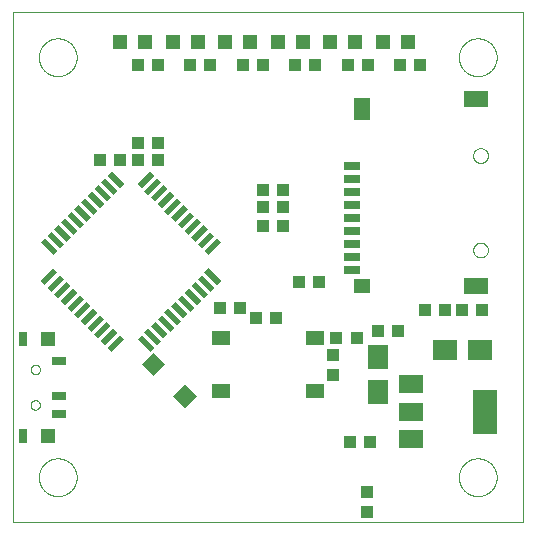
<source format=gtp>
G75*
%MOIN*%
%OFA0B0*%
%FSLAX25Y25*%
%IPPOS*%
%LPD*%
%AMOC8*
5,1,8,0,0,1.08239X$1,22.5*
%
%ADD10C,0.00000*%
%ADD11R,0.04331X0.03937*%
%ADD12R,0.07087X0.08465*%
%ADD13R,0.08465X0.07087*%
%ADD14R,0.03937X0.04331*%
%ADD15R,0.07874X0.05906*%
%ADD16R,0.07874X0.14961*%
%ADD17R,0.04724X0.04724*%
%ADD18R,0.06102X0.05118*%
%ADD19R,0.05000X0.02500*%
%ADD20R,0.02600X0.05000*%
%ADD21R,0.05000X0.05000*%
%ADD22R,0.05906X0.01969*%
%ADD23R,0.01969X0.05906*%
%ADD24R,0.07874X0.05512*%
%ADD25R,0.05512X0.05039*%
%ADD26R,0.05512X0.07677*%
%ADD27R,0.05512X0.02756*%
%ADD28R,0.05512X0.05512*%
D10*
X0015500Y0006435D02*
X0015500Y0176435D01*
X0185500Y0176435D01*
X0185500Y0006435D01*
X0015500Y0006435D01*
X0024201Y0021435D02*
X0024203Y0021593D01*
X0024209Y0021751D01*
X0024219Y0021909D01*
X0024233Y0022067D01*
X0024251Y0022224D01*
X0024272Y0022381D01*
X0024298Y0022537D01*
X0024328Y0022693D01*
X0024361Y0022848D01*
X0024399Y0023001D01*
X0024440Y0023154D01*
X0024485Y0023306D01*
X0024534Y0023457D01*
X0024587Y0023606D01*
X0024643Y0023754D01*
X0024703Y0023900D01*
X0024767Y0024045D01*
X0024835Y0024188D01*
X0024906Y0024330D01*
X0024980Y0024470D01*
X0025058Y0024607D01*
X0025140Y0024743D01*
X0025224Y0024877D01*
X0025313Y0025008D01*
X0025404Y0025137D01*
X0025499Y0025264D01*
X0025596Y0025389D01*
X0025697Y0025511D01*
X0025801Y0025630D01*
X0025908Y0025747D01*
X0026018Y0025861D01*
X0026131Y0025972D01*
X0026246Y0026081D01*
X0026364Y0026186D01*
X0026485Y0026288D01*
X0026608Y0026388D01*
X0026734Y0026484D01*
X0026862Y0026577D01*
X0026992Y0026667D01*
X0027125Y0026753D01*
X0027260Y0026837D01*
X0027396Y0026916D01*
X0027535Y0026993D01*
X0027676Y0027065D01*
X0027818Y0027135D01*
X0027962Y0027200D01*
X0028108Y0027262D01*
X0028255Y0027320D01*
X0028404Y0027375D01*
X0028554Y0027426D01*
X0028705Y0027473D01*
X0028857Y0027516D01*
X0029010Y0027555D01*
X0029165Y0027591D01*
X0029320Y0027622D01*
X0029476Y0027650D01*
X0029632Y0027674D01*
X0029789Y0027694D01*
X0029947Y0027710D01*
X0030104Y0027722D01*
X0030263Y0027730D01*
X0030421Y0027734D01*
X0030579Y0027734D01*
X0030737Y0027730D01*
X0030896Y0027722D01*
X0031053Y0027710D01*
X0031211Y0027694D01*
X0031368Y0027674D01*
X0031524Y0027650D01*
X0031680Y0027622D01*
X0031835Y0027591D01*
X0031990Y0027555D01*
X0032143Y0027516D01*
X0032295Y0027473D01*
X0032446Y0027426D01*
X0032596Y0027375D01*
X0032745Y0027320D01*
X0032892Y0027262D01*
X0033038Y0027200D01*
X0033182Y0027135D01*
X0033324Y0027065D01*
X0033465Y0026993D01*
X0033604Y0026916D01*
X0033740Y0026837D01*
X0033875Y0026753D01*
X0034008Y0026667D01*
X0034138Y0026577D01*
X0034266Y0026484D01*
X0034392Y0026388D01*
X0034515Y0026288D01*
X0034636Y0026186D01*
X0034754Y0026081D01*
X0034869Y0025972D01*
X0034982Y0025861D01*
X0035092Y0025747D01*
X0035199Y0025630D01*
X0035303Y0025511D01*
X0035404Y0025389D01*
X0035501Y0025264D01*
X0035596Y0025137D01*
X0035687Y0025008D01*
X0035776Y0024877D01*
X0035860Y0024743D01*
X0035942Y0024607D01*
X0036020Y0024470D01*
X0036094Y0024330D01*
X0036165Y0024188D01*
X0036233Y0024045D01*
X0036297Y0023900D01*
X0036357Y0023754D01*
X0036413Y0023606D01*
X0036466Y0023457D01*
X0036515Y0023306D01*
X0036560Y0023154D01*
X0036601Y0023001D01*
X0036639Y0022848D01*
X0036672Y0022693D01*
X0036702Y0022537D01*
X0036728Y0022381D01*
X0036749Y0022224D01*
X0036767Y0022067D01*
X0036781Y0021909D01*
X0036791Y0021751D01*
X0036797Y0021593D01*
X0036799Y0021435D01*
X0036797Y0021277D01*
X0036791Y0021119D01*
X0036781Y0020961D01*
X0036767Y0020803D01*
X0036749Y0020646D01*
X0036728Y0020489D01*
X0036702Y0020333D01*
X0036672Y0020177D01*
X0036639Y0020022D01*
X0036601Y0019869D01*
X0036560Y0019716D01*
X0036515Y0019564D01*
X0036466Y0019413D01*
X0036413Y0019264D01*
X0036357Y0019116D01*
X0036297Y0018970D01*
X0036233Y0018825D01*
X0036165Y0018682D01*
X0036094Y0018540D01*
X0036020Y0018400D01*
X0035942Y0018263D01*
X0035860Y0018127D01*
X0035776Y0017993D01*
X0035687Y0017862D01*
X0035596Y0017733D01*
X0035501Y0017606D01*
X0035404Y0017481D01*
X0035303Y0017359D01*
X0035199Y0017240D01*
X0035092Y0017123D01*
X0034982Y0017009D01*
X0034869Y0016898D01*
X0034754Y0016789D01*
X0034636Y0016684D01*
X0034515Y0016582D01*
X0034392Y0016482D01*
X0034266Y0016386D01*
X0034138Y0016293D01*
X0034008Y0016203D01*
X0033875Y0016117D01*
X0033740Y0016033D01*
X0033604Y0015954D01*
X0033465Y0015877D01*
X0033324Y0015805D01*
X0033182Y0015735D01*
X0033038Y0015670D01*
X0032892Y0015608D01*
X0032745Y0015550D01*
X0032596Y0015495D01*
X0032446Y0015444D01*
X0032295Y0015397D01*
X0032143Y0015354D01*
X0031990Y0015315D01*
X0031835Y0015279D01*
X0031680Y0015248D01*
X0031524Y0015220D01*
X0031368Y0015196D01*
X0031211Y0015176D01*
X0031053Y0015160D01*
X0030896Y0015148D01*
X0030737Y0015140D01*
X0030579Y0015136D01*
X0030421Y0015136D01*
X0030263Y0015140D01*
X0030104Y0015148D01*
X0029947Y0015160D01*
X0029789Y0015176D01*
X0029632Y0015196D01*
X0029476Y0015220D01*
X0029320Y0015248D01*
X0029165Y0015279D01*
X0029010Y0015315D01*
X0028857Y0015354D01*
X0028705Y0015397D01*
X0028554Y0015444D01*
X0028404Y0015495D01*
X0028255Y0015550D01*
X0028108Y0015608D01*
X0027962Y0015670D01*
X0027818Y0015735D01*
X0027676Y0015805D01*
X0027535Y0015877D01*
X0027396Y0015954D01*
X0027260Y0016033D01*
X0027125Y0016117D01*
X0026992Y0016203D01*
X0026862Y0016293D01*
X0026734Y0016386D01*
X0026608Y0016482D01*
X0026485Y0016582D01*
X0026364Y0016684D01*
X0026246Y0016789D01*
X0026131Y0016898D01*
X0026018Y0017009D01*
X0025908Y0017123D01*
X0025801Y0017240D01*
X0025697Y0017359D01*
X0025596Y0017481D01*
X0025499Y0017606D01*
X0025404Y0017733D01*
X0025313Y0017862D01*
X0025224Y0017993D01*
X0025140Y0018127D01*
X0025058Y0018263D01*
X0024980Y0018400D01*
X0024906Y0018540D01*
X0024835Y0018682D01*
X0024767Y0018825D01*
X0024703Y0018970D01*
X0024643Y0019116D01*
X0024587Y0019264D01*
X0024534Y0019413D01*
X0024485Y0019564D01*
X0024440Y0019716D01*
X0024399Y0019869D01*
X0024361Y0020022D01*
X0024328Y0020177D01*
X0024298Y0020333D01*
X0024272Y0020489D01*
X0024251Y0020646D01*
X0024233Y0020803D01*
X0024219Y0020961D01*
X0024209Y0021119D01*
X0024203Y0021277D01*
X0024201Y0021435D01*
X0024203Y0021593D01*
X0024209Y0021751D01*
X0024219Y0021909D01*
X0024233Y0022067D01*
X0024251Y0022224D01*
X0024272Y0022381D01*
X0024298Y0022537D01*
X0024328Y0022693D01*
X0024361Y0022848D01*
X0024399Y0023001D01*
X0024440Y0023154D01*
X0024485Y0023306D01*
X0024534Y0023457D01*
X0024587Y0023606D01*
X0024643Y0023754D01*
X0024703Y0023900D01*
X0024767Y0024045D01*
X0024835Y0024188D01*
X0024906Y0024330D01*
X0024980Y0024470D01*
X0025058Y0024607D01*
X0025140Y0024743D01*
X0025224Y0024877D01*
X0025313Y0025008D01*
X0025404Y0025137D01*
X0025499Y0025264D01*
X0025596Y0025389D01*
X0025697Y0025511D01*
X0025801Y0025630D01*
X0025908Y0025747D01*
X0026018Y0025861D01*
X0026131Y0025972D01*
X0026246Y0026081D01*
X0026364Y0026186D01*
X0026485Y0026288D01*
X0026608Y0026388D01*
X0026734Y0026484D01*
X0026862Y0026577D01*
X0026992Y0026667D01*
X0027125Y0026753D01*
X0027260Y0026837D01*
X0027396Y0026916D01*
X0027535Y0026993D01*
X0027676Y0027065D01*
X0027818Y0027135D01*
X0027962Y0027200D01*
X0028108Y0027262D01*
X0028255Y0027320D01*
X0028404Y0027375D01*
X0028554Y0027426D01*
X0028705Y0027473D01*
X0028857Y0027516D01*
X0029010Y0027555D01*
X0029165Y0027591D01*
X0029320Y0027622D01*
X0029476Y0027650D01*
X0029632Y0027674D01*
X0029789Y0027694D01*
X0029947Y0027710D01*
X0030104Y0027722D01*
X0030263Y0027730D01*
X0030421Y0027734D01*
X0030579Y0027734D01*
X0030737Y0027730D01*
X0030896Y0027722D01*
X0031053Y0027710D01*
X0031211Y0027694D01*
X0031368Y0027674D01*
X0031524Y0027650D01*
X0031680Y0027622D01*
X0031835Y0027591D01*
X0031990Y0027555D01*
X0032143Y0027516D01*
X0032295Y0027473D01*
X0032446Y0027426D01*
X0032596Y0027375D01*
X0032745Y0027320D01*
X0032892Y0027262D01*
X0033038Y0027200D01*
X0033182Y0027135D01*
X0033324Y0027065D01*
X0033465Y0026993D01*
X0033604Y0026916D01*
X0033740Y0026837D01*
X0033875Y0026753D01*
X0034008Y0026667D01*
X0034138Y0026577D01*
X0034266Y0026484D01*
X0034392Y0026388D01*
X0034515Y0026288D01*
X0034636Y0026186D01*
X0034754Y0026081D01*
X0034869Y0025972D01*
X0034982Y0025861D01*
X0035092Y0025747D01*
X0035199Y0025630D01*
X0035303Y0025511D01*
X0035404Y0025389D01*
X0035501Y0025264D01*
X0035596Y0025137D01*
X0035687Y0025008D01*
X0035776Y0024877D01*
X0035860Y0024743D01*
X0035942Y0024607D01*
X0036020Y0024470D01*
X0036094Y0024330D01*
X0036165Y0024188D01*
X0036233Y0024045D01*
X0036297Y0023900D01*
X0036357Y0023754D01*
X0036413Y0023606D01*
X0036466Y0023457D01*
X0036515Y0023306D01*
X0036560Y0023154D01*
X0036601Y0023001D01*
X0036639Y0022848D01*
X0036672Y0022693D01*
X0036702Y0022537D01*
X0036728Y0022381D01*
X0036749Y0022224D01*
X0036767Y0022067D01*
X0036781Y0021909D01*
X0036791Y0021751D01*
X0036797Y0021593D01*
X0036799Y0021435D01*
X0036797Y0021277D01*
X0036791Y0021119D01*
X0036781Y0020961D01*
X0036767Y0020803D01*
X0036749Y0020646D01*
X0036728Y0020489D01*
X0036702Y0020333D01*
X0036672Y0020177D01*
X0036639Y0020022D01*
X0036601Y0019869D01*
X0036560Y0019716D01*
X0036515Y0019564D01*
X0036466Y0019413D01*
X0036413Y0019264D01*
X0036357Y0019116D01*
X0036297Y0018970D01*
X0036233Y0018825D01*
X0036165Y0018682D01*
X0036094Y0018540D01*
X0036020Y0018400D01*
X0035942Y0018263D01*
X0035860Y0018127D01*
X0035776Y0017993D01*
X0035687Y0017862D01*
X0035596Y0017733D01*
X0035501Y0017606D01*
X0035404Y0017481D01*
X0035303Y0017359D01*
X0035199Y0017240D01*
X0035092Y0017123D01*
X0034982Y0017009D01*
X0034869Y0016898D01*
X0034754Y0016789D01*
X0034636Y0016684D01*
X0034515Y0016582D01*
X0034392Y0016482D01*
X0034266Y0016386D01*
X0034138Y0016293D01*
X0034008Y0016203D01*
X0033875Y0016117D01*
X0033740Y0016033D01*
X0033604Y0015954D01*
X0033465Y0015877D01*
X0033324Y0015805D01*
X0033182Y0015735D01*
X0033038Y0015670D01*
X0032892Y0015608D01*
X0032745Y0015550D01*
X0032596Y0015495D01*
X0032446Y0015444D01*
X0032295Y0015397D01*
X0032143Y0015354D01*
X0031990Y0015315D01*
X0031835Y0015279D01*
X0031680Y0015248D01*
X0031524Y0015220D01*
X0031368Y0015196D01*
X0031211Y0015176D01*
X0031053Y0015160D01*
X0030896Y0015148D01*
X0030737Y0015140D01*
X0030579Y0015136D01*
X0030421Y0015136D01*
X0030263Y0015140D01*
X0030104Y0015148D01*
X0029947Y0015160D01*
X0029789Y0015176D01*
X0029632Y0015196D01*
X0029476Y0015220D01*
X0029320Y0015248D01*
X0029165Y0015279D01*
X0029010Y0015315D01*
X0028857Y0015354D01*
X0028705Y0015397D01*
X0028554Y0015444D01*
X0028404Y0015495D01*
X0028255Y0015550D01*
X0028108Y0015608D01*
X0027962Y0015670D01*
X0027818Y0015735D01*
X0027676Y0015805D01*
X0027535Y0015877D01*
X0027396Y0015954D01*
X0027260Y0016033D01*
X0027125Y0016117D01*
X0026992Y0016203D01*
X0026862Y0016293D01*
X0026734Y0016386D01*
X0026608Y0016482D01*
X0026485Y0016582D01*
X0026364Y0016684D01*
X0026246Y0016789D01*
X0026131Y0016898D01*
X0026018Y0017009D01*
X0025908Y0017123D01*
X0025801Y0017240D01*
X0025697Y0017359D01*
X0025596Y0017481D01*
X0025499Y0017606D01*
X0025404Y0017733D01*
X0025313Y0017862D01*
X0025224Y0017993D01*
X0025140Y0018127D01*
X0025058Y0018263D01*
X0024980Y0018400D01*
X0024906Y0018540D01*
X0024835Y0018682D01*
X0024767Y0018825D01*
X0024703Y0018970D01*
X0024643Y0019116D01*
X0024587Y0019264D01*
X0024534Y0019413D01*
X0024485Y0019564D01*
X0024440Y0019716D01*
X0024399Y0019869D01*
X0024361Y0020022D01*
X0024328Y0020177D01*
X0024298Y0020333D01*
X0024272Y0020489D01*
X0024251Y0020646D01*
X0024233Y0020803D01*
X0024219Y0020961D01*
X0024209Y0021119D01*
X0024203Y0021277D01*
X0024201Y0021435D01*
X0021425Y0045529D02*
X0021427Y0045608D01*
X0021433Y0045687D01*
X0021443Y0045766D01*
X0021457Y0045844D01*
X0021474Y0045921D01*
X0021496Y0045997D01*
X0021521Y0046072D01*
X0021551Y0046145D01*
X0021583Y0046217D01*
X0021620Y0046288D01*
X0021660Y0046356D01*
X0021703Y0046422D01*
X0021749Y0046486D01*
X0021799Y0046548D01*
X0021852Y0046607D01*
X0021907Y0046663D01*
X0021966Y0046717D01*
X0022027Y0046767D01*
X0022090Y0046815D01*
X0022156Y0046859D01*
X0022224Y0046900D01*
X0022294Y0046937D01*
X0022365Y0046971D01*
X0022439Y0047001D01*
X0022513Y0047027D01*
X0022589Y0047049D01*
X0022666Y0047068D01*
X0022744Y0047083D01*
X0022822Y0047094D01*
X0022901Y0047101D01*
X0022980Y0047104D01*
X0023059Y0047103D01*
X0023138Y0047098D01*
X0023217Y0047089D01*
X0023295Y0047076D01*
X0023372Y0047059D01*
X0023449Y0047039D01*
X0023524Y0047014D01*
X0023598Y0046986D01*
X0023671Y0046954D01*
X0023741Y0046919D01*
X0023810Y0046880D01*
X0023877Y0046837D01*
X0023942Y0046791D01*
X0024004Y0046743D01*
X0024064Y0046691D01*
X0024121Y0046636D01*
X0024175Y0046578D01*
X0024226Y0046518D01*
X0024274Y0046455D01*
X0024319Y0046390D01*
X0024361Y0046322D01*
X0024399Y0046253D01*
X0024433Y0046182D01*
X0024464Y0046109D01*
X0024492Y0046034D01*
X0024515Y0045959D01*
X0024535Y0045882D01*
X0024551Y0045805D01*
X0024563Y0045726D01*
X0024571Y0045648D01*
X0024575Y0045569D01*
X0024575Y0045489D01*
X0024571Y0045410D01*
X0024563Y0045332D01*
X0024551Y0045253D01*
X0024535Y0045176D01*
X0024515Y0045099D01*
X0024492Y0045024D01*
X0024464Y0044949D01*
X0024433Y0044876D01*
X0024399Y0044805D01*
X0024361Y0044736D01*
X0024319Y0044668D01*
X0024274Y0044603D01*
X0024226Y0044540D01*
X0024175Y0044480D01*
X0024121Y0044422D01*
X0024064Y0044367D01*
X0024004Y0044315D01*
X0023942Y0044267D01*
X0023877Y0044221D01*
X0023810Y0044178D01*
X0023741Y0044139D01*
X0023671Y0044104D01*
X0023598Y0044072D01*
X0023524Y0044044D01*
X0023449Y0044019D01*
X0023372Y0043999D01*
X0023295Y0043982D01*
X0023217Y0043969D01*
X0023138Y0043960D01*
X0023059Y0043955D01*
X0022980Y0043954D01*
X0022901Y0043957D01*
X0022822Y0043964D01*
X0022744Y0043975D01*
X0022666Y0043990D01*
X0022589Y0044009D01*
X0022513Y0044031D01*
X0022439Y0044057D01*
X0022365Y0044087D01*
X0022294Y0044121D01*
X0022224Y0044158D01*
X0022156Y0044199D01*
X0022090Y0044243D01*
X0022027Y0044291D01*
X0021966Y0044341D01*
X0021907Y0044395D01*
X0021852Y0044451D01*
X0021799Y0044510D01*
X0021749Y0044572D01*
X0021703Y0044636D01*
X0021660Y0044702D01*
X0021620Y0044770D01*
X0021583Y0044841D01*
X0021551Y0044913D01*
X0021521Y0044986D01*
X0021496Y0045061D01*
X0021474Y0045137D01*
X0021457Y0045214D01*
X0021443Y0045292D01*
X0021433Y0045371D01*
X0021427Y0045450D01*
X0021425Y0045529D01*
X0021425Y0057340D02*
X0021427Y0057419D01*
X0021433Y0057498D01*
X0021443Y0057577D01*
X0021457Y0057655D01*
X0021474Y0057732D01*
X0021496Y0057808D01*
X0021521Y0057883D01*
X0021551Y0057956D01*
X0021583Y0058028D01*
X0021620Y0058099D01*
X0021660Y0058167D01*
X0021703Y0058233D01*
X0021749Y0058297D01*
X0021799Y0058359D01*
X0021852Y0058418D01*
X0021907Y0058474D01*
X0021966Y0058528D01*
X0022027Y0058578D01*
X0022090Y0058626D01*
X0022156Y0058670D01*
X0022224Y0058711D01*
X0022294Y0058748D01*
X0022365Y0058782D01*
X0022439Y0058812D01*
X0022513Y0058838D01*
X0022589Y0058860D01*
X0022666Y0058879D01*
X0022744Y0058894D01*
X0022822Y0058905D01*
X0022901Y0058912D01*
X0022980Y0058915D01*
X0023059Y0058914D01*
X0023138Y0058909D01*
X0023217Y0058900D01*
X0023295Y0058887D01*
X0023372Y0058870D01*
X0023449Y0058850D01*
X0023524Y0058825D01*
X0023598Y0058797D01*
X0023671Y0058765D01*
X0023741Y0058730D01*
X0023810Y0058691D01*
X0023877Y0058648D01*
X0023942Y0058602D01*
X0024004Y0058554D01*
X0024064Y0058502D01*
X0024121Y0058447D01*
X0024175Y0058389D01*
X0024226Y0058329D01*
X0024274Y0058266D01*
X0024319Y0058201D01*
X0024361Y0058133D01*
X0024399Y0058064D01*
X0024433Y0057993D01*
X0024464Y0057920D01*
X0024492Y0057845D01*
X0024515Y0057770D01*
X0024535Y0057693D01*
X0024551Y0057616D01*
X0024563Y0057537D01*
X0024571Y0057459D01*
X0024575Y0057380D01*
X0024575Y0057300D01*
X0024571Y0057221D01*
X0024563Y0057143D01*
X0024551Y0057064D01*
X0024535Y0056987D01*
X0024515Y0056910D01*
X0024492Y0056835D01*
X0024464Y0056760D01*
X0024433Y0056687D01*
X0024399Y0056616D01*
X0024361Y0056547D01*
X0024319Y0056479D01*
X0024274Y0056414D01*
X0024226Y0056351D01*
X0024175Y0056291D01*
X0024121Y0056233D01*
X0024064Y0056178D01*
X0024004Y0056126D01*
X0023942Y0056078D01*
X0023877Y0056032D01*
X0023810Y0055989D01*
X0023741Y0055950D01*
X0023671Y0055915D01*
X0023598Y0055883D01*
X0023524Y0055855D01*
X0023449Y0055830D01*
X0023372Y0055810D01*
X0023295Y0055793D01*
X0023217Y0055780D01*
X0023138Y0055771D01*
X0023059Y0055766D01*
X0022980Y0055765D01*
X0022901Y0055768D01*
X0022822Y0055775D01*
X0022744Y0055786D01*
X0022666Y0055801D01*
X0022589Y0055820D01*
X0022513Y0055842D01*
X0022439Y0055868D01*
X0022365Y0055898D01*
X0022294Y0055932D01*
X0022224Y0055969D01*
X0022156Y0056010D01*
X0022090Y0056054D01*
X0022027Y0056102D01*
X0021966Y0056152D01*
X0021907Y0056206D01*
X0021852Y0056262D01*
X0021799Y0056321D01*
X0021749Y0056383D01*
X0021703Y0056447D01*
X0021660Y0056513D01*
X0021620Y0056581D01*
X0021583Y0056652D01*
X0021551Y0056724D01*
X0021521Y0056797D01*
X0021496Y0056872D01*
X0021474Y0056948D01*
X0021457Y0057025D01*
X0021443Y0057103D01*
X0021433Y0057182D01*
X0021427Y0057261D01*
X0021425Y0057340D01*
X0024201Y0161435D02*
X0024203Y0161593D01*
X0024209Y0161751D01*
X0024219Y0161909D01*
X0024233Y0162067D01*
X0024251Y0162224D01*
X0024272Y0162381D01*
X0024298Y0162537D01*
X0024328Y0162693D01*
X0024361Y0162848D01*
X0024399Y0163001D01*
X0024440Y0163154D01*
X0024485Y0163306D01*
X0024534Y0163457D01*
X0024587Y0163606D01*
X0024643Y0163754D01*
X0024703Y0163900D01*
X0024767Y0164045D01*
X0024835Y0164188D01*
X0024906Y0164330D01*
X0024980Y0164470D01*
X0025058Y0164607D01*
X0025140Y0164743D01*
X0025224Y0164877D01*
X0025313Y0165008D01*
X0025404Y0165137D01*
X0025499Y0165264D01*
X0025596Y0165389D01*
X0025697Y0165511D01*
X0025801Y0165630D01*
X0025908Y0165747D01*
X0026018Y0165861D01*
X0026131Y0165972D01*
X0026246Y0166081D01*
X0026364Y0166186D01*
X0026485Y0166288D01*
X0026608Y0166388D01*
X0026734Y0166484D01*
X0026862Y0166577D01*
X0026992Y0166667D01*
X0027125Y0166753D01*
X0027260Y0166837D01*
X0027396Y0166916D01*
X0027535Y0166993D01*
X0027676Y0167065D01*
X0027818Y0167135D01*
X0027962Y0167200D01*
X0028108Y0167262D01*
X0028255Y0167320D01*
X0028404Y0167375D01*
X0028554Y0167426D01*
X0028705Y0167473D01*
X0028857Y0167516D01*
X0029010Y0167555D01*
X0029165Y0167591D01*
X0029320Y0167622D01*
X0029476Y0167650D01*
X0029632Y0167674D01*
X0029789Y0167694D01*
X0029947Y0167710D01*
X0030104Y0167722D01*
X0030263Y0167730D01*
X0030421Y0167734D01*
X0030579Y0167734D01*
X0030737Y0167730D01*
X0030896Y0167722D01*
X0031053Y0167710D01*
X0031211Y0167694D01*
X0031368Y0167674D01*
X0031524Y0167650D01*
X0031680Y0167622D01*
X0031835Y0167591D01*
X0031990Y0167555D01*
X0032143Y0167516D01*
X0032295Y0167473D01*
X0032446Y0167426D01*
X0032596Y0167375D01*
X0032745Y0167320D01*
X0032892Y0167262D01*
X0033038Y0167200D01*
X0033182Y0167135D01*
X0033324Y0167065D01*
X0033465Y0166993D01*
X0033604Y0166916D01*
X0033740Y0166837D01*
X0033875Y0166753D01*
X0034008Y0166667D01*
X0034138Y0166577D01*
X0034266Y0166484D01*
X0034392Y0166388D01*
X0034515Y0166288D01*
X0034636Y0166186D01*
X0034754Y0166081D01*
X0034869Y0165972D01*
X0034982Y0165861D01*
X0035092Y0165747D01*
X0035199Y0165630D01*
X0035303Y0165511D01*
X0035404Y0165389D01*
X0035501Y0165264D01*
X0035596Y0165137D01*
X0035687Y0165008D01*
X0035776Y0164877D01*
X0035860Y0164743D01*
X0035942Y0164607D01*
X0036020Y0164470D01*
X0036094Y0164330D01*
X0036165Y0164188D01*
X0036233Y0164045D01*
X0036297Y0163900D01*
X0036357Y0163754D01*
X0036413Y0163606D01*
X0036466Y0163457D01*
X0036515Y0163306D01*
X0036560Y0163154D01*
X0036601Y0163001D01*
X0036639Y0162848D01*
X0036672Y0162693D01*
X0036702Y0162537D01*
X0036728Y0162381D01*
X0036749Y0162224D01*
X0036767Y0162067D01*
X0036781Y0161909D01*
X0036791Y0161751D01*
X0036797Y0161593D01*
X0036799Y0161435D01*
X0036797Y0161277D01*
X0036791Y0161119D01*
X0036781Y0160961D01*
X0036767Y0160803D01*
X0036749Y0160646D01*
X0036728Y0160489D01*
X0036702Y0160333D01*
X0036672Y0160177D01*
X0036639Y0160022D01*
X0036601Y0159869D01*
X0036560Y0159716D01*
X0036515Y0159564D01*
X0036466Y0159413D01*
X0036413Y0159264D01*
X0036357Y0159116D01*
X0036297Y0158970D01*
X0036233Y0158825D01*
X0036165Y0158682D01*
X0036094Y0158540D01*
X0036020Y0158400D01*
X0035942Y0158263D01*
X0035860Y0158127D01*
X0035776Y0157993D01*
X0035687Y0157862D01*
X0035596Y0157733D01*
X0035501Y0157606D01*
X0035404Y0157481D01*
X0035303Y0157359D01*
X0035199Y0157240D01*
X0035092Y0157123D01*
X0034982Y0157009D01*
X0034869Y0156898D01*
X0034754Y0156789D01*
X0034636Y0156684D01*
X0034515Y0156582D01*
X0034392Y0156482D01*
X0034266Y0156386D01*
X0034138Y0156293D01*
X0034008Y0156203D01*
X0033875Y0156117D01*
X0033740Y0156033D01*
X0033604Y0155954D01*
X0033465Y0155877D01*
X0033324Y0155805D01*
X0033182Y0155735D01*
X0033038Y0155670D01*
X0032892Y0155608D01*
X0032745Y0155550D01*
X0032596Y0155495D01*
X0032446Y0155444D01*
X0032295Y0155397D01*
X0032143Y0155354D01*
X0031990Y0155315D01*
X0031835Y0155279D01*
X0031680Y0155248D01*
X0031524Y0155220D01*
X0031368Y0155196D01*
X0031211Y0155176D01*
X0031053Y0155160D01*
X0030896Y0155148D01*
X0030737Y0155140D01*
X0030579Y0155136D01*
X0030421Y0155136D01*
X0030263Y0155140D01*
X0030104Y0155148D01*
X0029947Y0155160D01*
X0029789Y0155176D01*
X0029632Y0155196D01*
X0029476Y0155220D01*
X0029320Y0155248D01*
X0029165Y0155279D01*
X0029010Y0155315D01*
X0028857Y0155354D01*
X0028705Y0155397D01*
X0028554Y0155444D01*
X0028404Y0155495D01*
X0028255Y0155550D01*
X0028108Y0155608D01*
X0027962Y0155670D01*
X0027818Y0155735D01*
X0027676Y0155805D01*
X0027535Y0155877D01*
X0027396Y0155954D01*
X0027260Y0156033D01*
X0027125Y0156117D01*
X0026992Y0156203D01*
X0026862Y0156293D01*
X0026734Y0156386D01*
X0026608Y0156482D01*
X0026485Y0156582D01*
X0026364Y0156684D01*
X0026246Y0156789D01*
X0026131Y0156898D01*
X0026018Y0157009D01*
X0025908Y0157123D01*
X0025801Y0157240D01*
X0025697Y0157359D01*
X0025596Y0157481D01*
X0025499Y0157606D01*
X0025404Y0157733D01*
X0025313Y0157862D01*
X0025224Y0157993D01*
X0025140Y0158127D01*
X0025058Y0158263D01*
X0024980Y0158400D01*
X0024906Y0158540D01*
X0024835Y0158682D01*
X0024767Y0158825D01*
X0024703Y0158970D01*
X0024643Y0159116D01*
X0024587Y0159264D01*
X0024534Y0159413D01*
X0024485Y0159564D01*
X0024440Y0159716D01*
X0024399Y0159869D01*
X0024361Y0160022D01*
X0024328Y0160177D01*
X0024298Y0160333D01*
X0024272Y0160489D01*
X0024251Y0160646D01*
X0024233Y0160803D01*
X0024219Y0160961D01*
X0024209Y0161119D01*
X0024203Y0161277D01*
X0024201Y0161435D01*
X0164201Y0161435D02*
X0164203Y0161593D01*
X0164209Y0161751D01*
X0164219Y0161909D01*
X0164233Y0162067D01*
X0164251Y0162224D01*
X0164272Y0162381D01*
X0164298Y0162537D01*
X0164328Y0162693D01*
X0164361Y0162848D01*
X0164399Y0163001D01*
X0164440Y0163154D01*
X0164485Y0163306D01*
X0164534Y0163457D01*
X0164587Y0163606D01*
X0164643Y0163754D01*
X0164703Y0163900D01*
X0164767Y0164045D01*
X0164835Y0164188D01*
X0164906Y0164330D01*
X0164980Y0164470D01*
X0165058Y0164607D01*
X0165140Y0164743D01*
X0165224Y0164877D01*
X0165313Y0165008D01*
X0165404Y0165137D01*
X0165499Y0165264D01*
X0165596Y0165389D01*
X0165697Y0165511D01*
X0165801Y0165630D01*
X0165908Y0165747D01*
X0166018Y0165861D01*
X0166131Y0165972D01*
X0166246Y0166081D01*
X0166364Y0166186D01*
X0166485Y0166288D01*
X0166608Y0166388D01*
X0166734Y0166484D01*
X0166862Y0166577D01*
X0166992Y0166667D01*
X0167125Y0166753D01*
X0167260Y0166837D01*
X0167396Y0166916D01*
X0167535Y0166993D01*
X0167676Y0167065D01*
X0167818Y0167135D01*
X0167962Y0167200D01*
X0168108Y0167262D01*
X0168255Y0167320D01*
X0168404Y0167375D01*
X0168554Y0167426D01*
X0168705Y0167473D01*
X0168857Y0167516D01*
X0169010Y0167555D01*
X0169165Y0167591D01*
X0169320Y0167622D01*
X0169476Y0167650D01*
X0169632Y0167674D01*
X0169789Y0167694D01*
X0169947Y0167710D01*
X0170104Y0167722D01*
X0170263Y0167730D01*
X0170421Y0167734D01*
X0170579Y0167734D01*
X0170737Y0167730D01*
X0170896Y0167722D01*
X0171053Y0167710D01*
X0171211Y0167694D01*
X0171368Y0167674D01*
X0171524Y0167650D01*
X0171680Y0167622D01*
X0171835Y0167591D01*
X0171990Y0167555D01*
X0172143Y0167516D01*
X0172295Y0167473D01*
X0172446Y0167426D01*
X0172596Y0167375D01*
X0172745Y0167320D01*
X0172892Y0167262D01*
X0173038Y0167200D01*
X0173182Y0167135D01*
X0173324Y0167065D01*
X0173465Y0166993D01*
X0173604Y0166916D01*
X0173740Y0166837D01*
X0173875Y0166753D01*
X0174008Y0166667D01*
X0174138Y0166577D01*
X0174266Y0166484D01*
X0174392Y0166388D01*
X0174515Y0166288D01*
X0174636Y0166186D01*
X0174754Y0166081D01*
X0174869Y0165972D01*
X0174982Y0165861D01*
X0175092Y0165747D01*
X0175199Y0165630D01*
X0175303Y0165511D01*
X0175404Y0165389D01*
X0175501Y0165264D01*
X0175596Y0165137D01*
X0175687Y0165008D01*
X0175776Y0164877D01*
X0175860Y0164743D01*
X0175942Y0164607D01*
X0176020Y0164470D01*
X0176094Y0164330D01*
X0176165Y0164188D01*
X0176233Y0164045D01*
X0176297Y0163900D01*
X0176357Y0163754D01*
X0176413Y0163606D01*
X0176466Y0163457D01*
X0176515Y0163306D01*
X0176560Y0163154D01*
X0176601Y0163001D01*
X0176639Y0162848D01*
X0176672Y0162693D01*
X0176702Y0162537D01*
X0176728Y0162381D01*
X0176749Y0162224D01*
X0176767Y0162067D01*
X0176781Y0161909D01*
X0176791Y0161751D01*
X0176797Y0161593D01*
X0176799Y0161435D01*
X0176797Y0161277D01*
X0176791Y0161119D01*
X0176781Y0160961D01*
X0176767Y0160803D01*
X0176749Y0160646D01*
X0176728Y0160489D01*
X0176702Y0160333D01*
X0176672Y0160177D01*
X0176639Y0160022D01*
X0176601Y0159869D01*
X0176560Y0159716D01*
X0176515Y0159564D01*
X0176466Y0159413D01*
X0176413Y0159264D01*
X0176357Y0159116D01*
X0176297Y0158970D01*
X0176233Y0158825D01*
X0176165Y0158682D01*
X0176094Y0158540D01*
X0176020Y0158400D01*
X0175942Y0158263D01*
X0175860Y0158127D01*
X0175776Y0157993D01*
X0175687Y0157862D01*
X0175596Y0157733D01*
X0175501Y0157606D01*
X0175404Y0157481D01*
X0175303Y0157359D01*
X0175199Y0157240D01*
X0175092Y0157123D01*
X0174982Y0157009D01*
X0174869Y0156898D01*
X0174754Y0156789D01*
X0174636Y0156684D01*
X0174515Y0156582D01*
X0174392Y0156482D01*
X0174266Y0156386D01*
X0174138Y0156293D01*
X0174008Y0156203D01*
X0173875Y0156117D01*
X0173740Y0156033D01*
X0173604Y0155954D01*
X0173465Y0155877D01*
X0173324Y0155805D01*
X0173182Y0155735D01*
X0173038Y0155670D01*
X0172892Y0155608D01*
X0172745Y0155550D01*
X0172596Y0155495D01*
X0172446Y0155444D01*
X0172295Y0155397D01*
X0172143Y0155354D01*
X0171990Y0155315D01*
X0171835Y0155279D01*
X0171680Y0155248D01*
X0171524Y0155220D01*
X0171368Y0155196D01*
X0171211Y0155176D01*
X0171053Y0155160D01*
X0170896Y0155148D01*
X0170737Y0155140D01*
X0170579Y0155136D01*
X0170421Y0155136D01*
X0170263Y0155140D01*
X0170104Y0155148D01*
X0169947Y0155160D01*
X0169789Y0155176D01*
X0169632Y0155196D01*
X0169476Y0155220D01*
X0169320Y0155248D01*
X0169165Y0155279D01*
X0169010Y0155315D01*
X0168857Y0155354D01*
X0168705Y0155397D01*
X0168554Y0155444D01*
X0168404Y0155495D01*
X0168255Y0155550D01*
X0168108Y0155608D01*
X0167962Y0155670D01*
X0167818Y0155735D01*
X0167676Y0155805D01*
X0167535Y0155877D01*
X0167396Y0155954D01*
X0167260Y0156033D01*
X0167125Y0156117D01*
X0166992Y0156203D01*
X0166862Y0156293D01*
X0166734Y0156386D01*
X0166608Y0156482D01*
X0166485Y0156582D01*
X0166364Y0156684D01*
X0166246Y0156789D01*
X0166131Y0156898D01*
X0166018Y0157009D01*
X0165908Y0157123D01*
X0165801Y0157240D01*
X0165697Y0157359D01*
X0165596Y0157481D01*
X0165499Y0157606D01*
X0165404Y0157733D01*
X0165313Y0157862D01*
X0165224Y0157993D01*
X0165140Y0158127D01*
X0165058Y0158263D01*
X0164980Y0158400D01*
X0164906Y0158540D01*
X0164835Y0158682D01*
X0164767Y0158825D01*
X0164703Y0158970D01*
X0164643Y0159116D01*
X0164587Y0159264D01*
X0164534Y0159413D01*
X0164485Y0159564D01*
X0164440Y0159716D01*
X0164399Y0159869D01*
X0164361Y0160022D01*
X0164328Y0160177D01*
X0164298Y0160333D01*
X0164272Y0160489D01*
X0164251Y0160646D01*
X0164233Y0160803D01*
X0164219Y0160961D01*
X0164209Y0161119D01*
X0164203Y0161277D01*
X0164201Y0161435D01*
X0168959Y0128640D02*
X0168961Y0128739D01*
X0168967Y0128838D01*
X0168977Y0128937D01*
X0168991Y0129035D01*
X0169009Y0129132D01*
X0169031Y0129229D01*
X0169056Y0129325D01*
X0169086Y0129419D01*
X0169119Y0129513D01*
X0169156Y0129605D01*
X0169197Y0129695D01*
X0169241Y0129784D01*
X0169289Y0129870D01*
X0169340Y0129955D01*
X0169395Y0130038D01*
X0169453Y0130118D01*
X0169514Y0130196D01*
X0169578Y0130272D01*
X0169645Y0130345D01*
X0169715Y0130415D01*
X0169788Y0130482D01*
X0169864Y0130546D01*
X0169942Y0130607D01*
X0170022Y0130665D01*
X0170105Y0130720D01*
X0170189Y0130771D01*
X0170276Y0130819D01*
X0170365Y0130863D01*
X0170455Y0130904D01*
X0170547Y0130941D01*
X0170641Y0130974D01*
X0170735Y0131004D01*
X0170831Y0131029D01*
X0170928Y0131051D01*
X0171025Y0131069D01*
X0171123Y0131083D01*
X0171222Y0131093D01*
X0171321Y0131099D01*
X0171420Y0131101D01*
X0171519Y0131099D01*
X0171618Y0131093D01*
X0171717Y0131083D01*
X0171815Y0131069D01*
X0171912Y0131051D01*
X0172009Y0131029D01*
X0172105Y0131004D01*
X0172199Y0130974D01*
X0172293Y0130941D01*
X0172385Y0130904D01*
X0172475Y0130863D01*
X0172564Y0130819D01*
X0172650Y0130771D01*
X0172735Y0130720D01*
X0172818Y0130665D01*
X0172898Y0130607D01*
X0172976Y0130546D01*
X0173052Y0130482D01*
X0173125Y0130415D01*
X0173195Y0130345D01*
X0173262Y0130272D01*
X0173326Y0130196D01*
X0173387Y0130118D01*
X0173445Y0130038D01*
X0173500Y0129955D01*
X0173551Y0129871D01*
X0173599Y0129784D01*
X0173643Y0129695D01*
X0173684Y0129605D01*
X0173721Y0129513D01*
X0173754Y0129419D01*
X0173784Y0129325D01*
X0173809Y0129229D01*
X0173831Y0129132D01*
X0173849Y0129035D01*
X0173863Y0128937D01*
X0173873Y0128838D01*
X0173879Y0128739D01*
X0173881Y0128640D01*
X0173879Y0128541D01*
X0173873Y0128442D01*
X0173863Y0128343D01*
X0173849Y0128245D01*
X0173831Y0128148D01*
X0173809Y0128051D01*
X0173784Y0127955D01*
X0173754Y0127861D01*
X0173721Y0127767D01*
X0173684Y0127675D01*
X0173643Y0127585D01*
X0173599Y0127496D01*
X0173551Y0127410D01*
X0173500Y0127325D01*
X0173445Y0127242D01*
X0173387Y0127162D01*
X0173326Y0127084D01*
X0173262Y0127008D01*
X0173195Y0126935D01*
X0173125Y0126865D01*
X0173052Y0126798D01*
X0172976Y0126734D01*
X0172898Y0126673D01*
X0172818Y0126615D01*
X0172735Y0126560D01*
X0172651Y0126509D01*
X0172564Y0126461D01*
X0172475Y0126417D01*
X0172385Y0126376D01*
X0172293Y0126339D01*
X0172199Y0126306D01*
X0172105Y0126276D01*
X0172009Y0126251D01*
X0171912Y0126229D01*
X0171815Y0126211D01*
X0171717Y0126197D01*
X0171618Y0126187D01*
X0171519Y0126181D01*
X0171420Y0126179D01*
X0171321Y0126181D01*
X0171222Y0126187D01*
X0171123Y0126197D01*
X0171025Y0126211D01*
X0170928Y0126229D01*
X0170831Y0126251D01*
X0170735Y0126276D01*
X0170641Y0126306D01*
X0170547Y0126339D01*
X0170455Y0126376D01*
X0170365Y0126417D01*
X0170276Y0126461D01*
X0170190Y0126509D01*
X0170105Y0126560D01*
X0170022Y0126615D01*
X0169942Y0126673D01*
X0169864Y0126734D01*
X0169788Y0126798D01*
X0169715Y0126865D01*
X0169645Y0126935D01*
X0169578Y0127008D01*
X0169514Y0127084D01*
X0169453Y0127162D01*
X0169395Y0127242D01*
X0169340Y0127325D01*
X0169289Y0127409D01*
X0169241Y0127496D01*
X0169197Y0127585D01*
X0169156Y0127675D01*
X0169119Y0127767D01*
X0169086Y0127861D01*
X0169056Y0127955D01*
X0169031Y0128051D01*
X0169009Y0128148D01*
X0168991Y0128245D01*
X0168977Y0128343D01*
X0168967Y0128442D01*
X0168961Y0128541D01*
X0168959Y0128640D01*
X0168959Y0097144D02*
X0168961Y0097243D01*
X0168967Y0097342D01*
X0168977Y0097441D01*
X0168991Y0097539D01*
X0169009Y0097636D01*
X0169031Y0097733D01*
X0169056Y0097829D01*
X0169086Y0097923D01*
X0169119Y0098017D01*
X0169156Y0098109D01*
X0169197Y0098199D01*
X0169241Y0098288D01*
X0169289Y0098374D01*
X0169340Y0098459D01*
X0169395Y0098542D01*
X0169453Y0098622D01*
X0169514Y0098700D01*
X0169578Y0098776D01*
X0169645Y0098849D01*
X0169715Y0098919D01*
X0169788Y0098986D01*
X0169864Y0099050D01*
X0169942Y0099111D01*
X0170022Y0099169D01*
X0170105Y0099224D01*
X0170189Y0099275D01*
X0170276Y0099323D01*
X0170365Y0099367D01*
X0170455Y0099408D01*
X0170547Y0099445D01*
X0170641Y0099478D01*
X0170735Y0099508D01*
X0170831Y0099533D01*
X0170928Y0099555D01*
X0171025Y0099573D01*
X0171123Y0099587D01*
X0171222Y0099597D01*
X0171321Y0099603D01*
X0171420Y0099605D01*
X0171519Y0099603D01*
X0171618Y0099597D01*
X0171717Y0099587D01*
X0171815Y0099573D01*
X0171912Y0099555D01*
X0172009Y0099533D01*
X0172105Y0099508D01*
X0172199Y0099478D01*
X0172293Y0099445D01*
X0172385Y0099408D01*
X0172475Y0099367D01*
X0172564Y0099323D01*
X0172650Y0099275D01*
X0172735Y0099224D01*
X0172818Y0099169D01*
X0172898Y0099111D01*
X0172976Y0099050D01*
X0173052Y0098986D01*
X0173125Y0098919D01*
X0173195Y0098849D01*
X0173262Y0098776D01*
X0173326Y0098700D01*
X0173387Y0098622D01*
X0173445Y0098542D01*
X0173500Y0098459D01*
X0173551Y0098375D01*
X0173599Y0098288D01*
X0173643Y0098199D01*
X0173684Y0098109D01*
X0173721Y0098017D01*
X0173754Y0097923D01*
X0173784Y0097829D01*
X0173809Y0097733D01*
X0173831Y0097636D01*
X0173849Y0097539D01*
X0173863Y0097441D01*
X0173873Y0097342D01*
X0173879Y0097243D01*
X0173881Y0097144D01*
X0173879Y0097045D01*
X0173873Y0096946D01*
X0173863Y0096847D01*
X0173849Y0096749D01*
X0173831Y0096652D01*
X0173809Y0096555D01*
X0173784Y0096459D01*
X0173754Y0096365D01*
X0173721Y0096271D01*
X0173684Y0096179D01*
X0173643Y0096089D01*
X0173599Y0096000D01*
X0173551Y0095914D01*
X0173500Y0095829D01*
X0173445Y0095746D01*
X0173387Y0095666D01*
X0173326Y0095588D01*
X0173262Y0095512D01*
X0173195Y0095439D01*
X0173125Y0095369D01*
X0173052Y0095302D01*
X0172976Y0095238D01*
X0172898Y0095177D01*
X0172818Y0095119D01*
X0172735Y0095064D01*
X0172651Y0095013D01*
X0172564Y0094965D01*
X0172475Y0094921D01*
X0172385Y0094880D01*
X0172293Y0094843D01*
X0172199Y0094810D01*
X0172105Y0094780D01*
X0172009Y0094755D01*
X0171912Y0094733D01*
X0171815Y0094715D01*
X0171717Y0094701D01*
X0171618Y0094691D01*
X0171519Y0094685D01*
X0171420Y0094683D01*
X0171321Y0094685D01*
X0171222Y0094691D01*
X0171123Y0094701D01*
X0171025Y0094715D01*
X0170928Y0094733D01*
X0170831Y0094755D01*
X0170735Y0094780D01*
X0170641Y0094810D01*
X0170547Y0094843D01*
X0170455Y0094880D01*
X0170365Y0094921D01*
X0170276Y0094965D01*
X0170190Y0095013D01*
X0170105Y0095064D01*
X0170022Y0095119D01*
X0169942Y0095177D01*
X0169864Y0095238D01*
X0169788Y0095302D01*
X0169715Y0095369D01*
X0169645Y0095439D01*
X0169578Y0095512D01*
X0169514Y0095588D01*
X0169453Y0095666D01*
X0169395Y0095746D01*
X0169340Y0095829D01*
X0169289Y0095913D01*
X0169241Y0096000D01*
X0169197Y0096089D01*
X0169156Y0096179D01*
X0169119Y0096271D01*
X0169086Y0096365D01*
X0169056Y0096459D01*
X0169031Y0096555D01*
X0169009Y0096652D01*
X0168991Y0096749D01*
X0168977Y0096847D01*
X0168967Y0096946D01*
X0168961Y0097045D01*
X0168959Y0097144D01*
X0164201Y0021435D02*
X0164203Y0021593D01*
X0164209Y0021751D01*
X0164219Y0021909D01*
X0164233Y0022067D01*
X0164251Y0022224D01*
X0164272Y0022381D01*
X0164298Y0022537D01*
X0164328Y0022693D01*
X0164361Y0022848D01*
X0164399Y0023001D01*
X0164440Y0023154D01*
X0164485Y0023306D01*
X0164534Y0023457D01*
X0164587Y0023606D01*
X0164643Y0023754D01*
X0164703Y0023900D01*
X0164767Y0024045D01*
X0164835Y0024188D01*
X0164906Y0024330D01*
X0164980Y0024470D01*
X0165058Y0024607D01*
X0165140Y0024743D01*
X0165224Y0024877D01*
X0165313Y0025008D01*
X0165404Y0025137D01*
X0165499Y0025264D01*
X0165596Y0025389D01*
X0165697Y0025511D01*
X0165801Y0025630D01*
X0165908Y0025747D01*
X0166018Y0025861D01*
X0166131Y0025972D01*
X0166246Y0026081D01*
X0166364Y0026186D01*
X0166485Y0026288D01*
X0166608Y0026388D01*
X0166734Y0026484D01*
X0166862Y0026577D01*
X0166992Y0026667D01*
X0167125Y0026753D01*
X0167260Y0026837D01*
X0167396Y0026916D01*
X0167535Y0026993D01*
X0167676Y0027065D01*
X0167818Y0027135D01*
X0167962Y0027200D01*
X0168108Y0027262D01*
X0168255Y0027320D01*
X0168404Y0027375D01*
X0168554Y0027426D01*
X0168705Y0027473D01*
X0168857Y0027516D01*
X0169010Y0027555D01*
X0169165Y0027591D01*
X0169320Y0027622D01*
X0169476Y0027650D01*
X0169632Y0027674D01*
X0169789Y0027694D01*
X0169947Y0027710D01*
X0170104Y0027722D01*
X0170263Y0027730D01*
X0170421Y0027734D01*
X0170579Y0027734D01*
X0170737Y0027730D01*
X0170896Y0027722D01*
X0171053Y0027710D01*
X0171211Y0027694D01*
X0171368Y0027674D01*
X0171524Y0027650D01*
X0171680Y0027622D01*
X0171835Y0027591D01*
X0171990Y0027555D01*
X0172143Y0027516D01*
X0172295Y0027473D01*
X0172446Y0027426D01*
X0172596Y0027375D01*
X0172745Y0027320D01*
X0172892Y0027262D01*
X0173038Y0027200D01*
X0173182Y0027135D01*
X0173324Y0027065D01*
X0173465Y0026993D01*
X0173604Y0026916D01*
X0173740Y0026837D01*
X0173875Y0026753D01*
X0174008Y0026667D01*
X0174138Y0026577D01*
X0174266Y0026484D01*
X0174392Y0026388D01*
X0174515Y0026288D01*
X0174636Y0026186D01*
X0174754Y0026081D01*
X0174869Y0025972D01*
X0174982Y0025861D01*
X0175092Y0025747D01*
X0175199Y0025630D01*
X0175303Y0025511D01*
X0175404Y0025389D01*
X0175501Y0025264D01*
X0175596Y0025137D01*
X0175687Y0025008D01*
X0175776Y0024877D01*
X0175860Y0024743D01*
X0175942Y0024607D01*
X0176020Y0024470D01*
X0176094Y0024330D01*
X0176165Y0024188D01*
X0176233Y0024045D01*
X0176297Y0023900D01*
X0176357Y0023754D01*
X0176413Y0023606D01*
X0176466Y0023457D01*
X0176515Y0023306D01*
X0176560Y0023154D01*
X0176601Y0023001D01*
X0176639Y0022848D01*
X0176672Y0022693D01*
X0176702Y0022537D01*
X0176728Y0022381D01*
X0176749Y0022224D01*
X0176767Y0022067D01*
X0176781Y0021909D01*
X0176791Y0021751D01*
X0176797Y0021593D01*
X0176799Y0021435D01*
X0176797Y0021277D01*
X0176791Y0021119D01*
X0176781Y0020961D01*
X0176767Y0020803D01*
X0176749Y0020646D01*
X0176728Y0020489D01*
X0176702Y0020333D01*
X0176672Y0020177D01*
X0176639Y0020022D01*
X0176601Y0019869D01*
X0176560Y0019716D01*
X0176515Y0019564D01*
X0176466Y0019413D01*
X0176413Y0019264D01*
X0176357Y0019116D01*
X0176297Y0018970D01*
X0176233Y0018825D01*
X0176165Y0018682D01*
X0176094Y0018540D01*
X0176020Y0018400D01*
X0175942Y0018263D01*
X0175860Y0018127D01*
X0175776Y0017993D01*
X0175687Y0017862D01*
X0175596Y0017733D01*
X0175501Y0017606D01*
X0175404Y0017481D01*
X0175303Y0017359D01*
X0175199Y0017240D01*
X0175092Y0017123D01*
X0174982Y0017009D01*
X0174869Y0016898D01*
X0174754Y0016789D01*
X0174636Y0016684D01*
X0174515Y0016582D01*
X0174392Y0016482D01*
X0174266Y0016386D01*
X0174138Y0016293D01*
X0174008Y0016203D01*
X0173875Y0016117D01*
X0173740Y0016033D01*
X0173604Y0015954D01*
X0173465Y0015877D01*
X0173324Y0015805D01*
X0173182Y0015735D01*
X0173038Y0015670D01*
X0172892Y0015608D01*
X0172745Y0015550D01*
X0172596Y0015495D01*
X0172446Y0015444D01*
X0172295Y0015397D01*
X0172143Y0015354D01*
X0171990Y0015315D01*
X0171835Y0015279D01*
X0171680Y0015248D01*
X0171524Y0015220D01*
X0171368Y0015196D01*
X0171211Y0015176D01*
X0171053Y0015160D01*
X0170896Y0015148D01*
X0170737Y0015140D01*
X0170579Y0015136D01*
X0170421Y0015136D01*
X0170263Y0015140D01*
X0170104Y0015148D01*
X0169947Y0015160D01*
X0169789Y0015176D01*
X0169632Y0015196D01*
X0169476Y0015220D01*
X0169320Y0015248D01*
X0169165Y0015279D01*
X0169010Y0015315D01*
X0168857Y0015354D01*
X0168705Y0015397D01*
X0168554Y0015444D01*
X0168404Y0015495D01*
X0168255Y0015550D01*
X0168108Y0015608D01*
X0167962Y0015670D01*
X0167818Y0015735D01*
X0167676Y0015805D01*
X0167535Y0015877D01*
X0167396Y0015954D01*
X0167260Y0016033D01*
X0167125Y0016117D01*
X0166992Y0016203D01*
X0166862Y0016293D01*
X0166734Y0016386D01*
X0166608Y0016482D01*
X0166485Y0016582D01*
X0166364Y0016684D01*
X0166246Y0016789D01*
X0166131Y0016898D01*
X0166018Y0017009D01*
X0165908Y0017123D01*
X0165801Y0017240D01*
X0165697Y0017359D01*
X0165596Y0017481D01*
X0165499Y0017606D01*
X0165404Y0017733D01*
X0165313Y0017862D01*
X0165224Y0017993D01*
X0165140Y0018127D01*
X0165058Y0018263D01*
X0164980Y0018400D01*
X0164906Y0018540D01*
X0164835Y0018682D01*
X0164767Y0018825D01*
X0164703Y0018970D01*
X0164643Y0019116D01*
X0164587Y0019264D01*
X0164534Y0019413D01*
X0164485Y0019564D01*
X0164440Y0019716D01*
X0164399Y0019869D01*
X0164361Y0020022D01*
X0164328Y0020177D01*
X0164298Y0020333D01*
X0164272Y0020489D01*
X0164251Y0020646D01*
X0164233Y0020803D01*
X0164219Y0020961D01*
X0164209Y0021119D01*
X0164203Y0021277D01*
X0164201Y0021435D01*
D11*
X0133625Y0016656D03*
X0133625Y0009963D03*
X0134471Y0033310D03*
X0127779Y0033310D03*
X0103221Y0074560D03*
X0096529Y0074560D03*
X0091346Y0077685D03*
X0084654Y0077685D03*
X0110904Y0086435D03*
X0117596Y0086435D03*
X0063846Y0127060D03*
X0063846Y0132685D03*
X0057154Y0132685D03*
X0057154Y0127060D03*
X0051346Y0127060D03*
X0044654Y0127060D03*
D12*
X0137375Y0061617D03*
X0137375Y0050003D03*
D13*
X0159693Y0063935D03*
X0171307Y0063935D03*
D14*
X0171971Y0077060D03*
X0165279Y0077060D03*
X0159471Y0077060D03*
X0152779Y0077060D03*
X0143846Y0070185D03*
X0137154Y0070185D03*
X0130096Y0067685D03*
X0123404Y0067685D03*
X0122375Y0062281D03*
X0122375Y0055588D03*
X0105721Y0105185D03*
X0099029Y0105185D03*
X0099029Y0111435D03*
X0099029Y0117060D03*
X0105721Y0117060D03*
X0105721Y0111435D03*
X0109654Y0158935D03*
X0116346Y0158935D03*
X0127154Y0158935D03*
X0133846Y0158935D03*
X0144654Y0158935D03*
X0151346Y0158935D03*
X0098846Y0158935D03*
X0092154Y0158935D03*
X0081346Y0158935D03*
X0074654Y0158935D03*
X0063846Y0158935D03*
X0057154Y0158935D03*
D15*
X0148098Y0052365D03*
X0148098Y0043310D03*
X0148098Y0034255D03*
D16*
X0172902Y0043310D03*
D17*
X0147134Y0166435D03*
X0138866Y0166435D03*
X0129634Y0166435D03*
X0121366Y0166435D03*
X0112134Y0166435D03*
X0103866Y0166435D03*
X0094634Y0166435D03*
X0086366Y0166435D03*
X0077134Y0166435D03*
X0068866Y0166435D03*
X0059634Y0166435D03*
X0051366Y0166435D03*
D18*
X0084850Y0067793D03*
X0084850Y0050077D03*
X0116150Y0050077D03*
X0116150Y0067793D03*
D19*
X0030874Y0060293D03*
X0030874Y0048482D03*
X0030874Y0042577D03*
D20*
X0018866Y0035293D03*
X0018866Y0067577D03*
D21*
X0027134Y0067577D03*
X0027134Y0035293D03*
D22*
G36*
X0052647Y0067420D02*
X0048472Y0063245D01*
X0047081Y0064636D01*
X0051256Y0068811D01*
X0052647Y0067420D01*
G37*
G36*
X0050420Y0069647D02*
X0046245Y0065472D01*
X0044854Y0066863D01*
X0049029Y0071038D01*
X0050420Y0069647D01*
G37*
G36*
X0048193Y0071874D02*
X0044018Y0067699D01*
X0042627Y0069090D01*
X0046802Y0073265D01*
X0048193Y0071874D01*
G37*
G36*
X0045966Y0074101D02*
X0041791Y0069926D01*
X0040400Y0071317D01*
X0044575Y0075492D01*
X0045966Y0074101D01*
G37*
G36*
X0043739Y0076328D02*
X0039564Y0072153D01*
X0038173Y0073544D01*
X0042348Y0077719D01*
X0043739Y0076328D01*
G37*
G36*
X0041511Y0078555D02*
X0037336Y0074380D01*
X0035945Y0075771D01*
X0040120Y0079946D01*
X0041511Y0078555D01*
G37*
G36*
X0039284Y0080783D02*
X0035109Y0076608D01*
X0033718Y0077999D01*
X0037893Y0082174D01*
X0039284Y0080783D01*
G37*
G36*
X0037057Y0083010D02*
X0032882Y0078835D01*
X0031491Y0080226D01*
X0035666Y0084401D01*
X0037057Y0083010D01*
G37*
G36*
X0034830Y0085237D02*
X0030655Y0081062D01*
X0029264Y0082453D01*
X0033439Y0086628D01*
X0034830Y0085237D01*
G37*
G36*
X0032603Y0087464D02*
X0028428Y0083289D01*
X0027037Y0084680D01*
X0031212Y0088855D01*
X0032603Y0087464D01*
G37*
G36*
X0030376Y0089691D02*
X0026201Y0085516D01*
X0024810Y0086907D01*
X0028985Y0091082D01*
X0030376Y0089691D01*
G37*
G36*
X0064896Y0119757D02*
X0060721Y0115582D01*
X0059330Y0116973D01*
X0063505Y0121148D01*
X0064896Y0119757D01*
G37*
G36*
X0067123Y0117530D02*
X0062948Y0113355D01*
X0061557Y0114746D01*
X0065732Y0118921D01*
X0067123Y0117530D01*
G37*
G36*
X0069350Y0115303D02*
X0065175Y0111128D01*
X0063784Y0112519D01*
X0067959Y0116694D01*
X0069350Y0115303D01*
G37*
G36*
X0071577Y0113076D02*
X0067402Y0108901D01*
X0066011Y0110292D01*
X0070186Y0114467D01*
X0071577Y0113076D01*
G37*
G36*
X0073805Y0110848D02*
X0069630Y0106673D01*
X0068239Y0108064D01*
X0072414Y0112239D01*
X0073805Y0110848D01*
G37*
G36*
X0076032Y0108621D02*
X0071857Y0104446D01*
X0070466Y0105837D01*
X0074641Y0110012D01*
X0076032Y0108621D01*
G37*
G36*
X0078259Y0106394D02*
X0074084Y0102219D01*
X0072693Y0103610D01*
X0076868Y0107785D01*
X0078259Y0106394D01*
G37*
G36*
X0080486Y0104167D02*
X0076311Y0099992D01*
X0074920Y0101383D01*
X0079095Y0105558D01*
X0080486Y0104167D01*
G37*
G36*
X0082713Y0101940D02*
X0078538Y0097765D01*
X0077147Y0099156D01*
X0081322Y0103331D01*
X0082713Y0101940D01*
G37*
G36*
X0084940Y0099713D02*
X0080765Y0095538D01*
X0079374Y0096929D01*
X0083549Y0101104D01*
X0084940Y0099713D01*
G37*
G36*
X0062669Y0121984D02*
X0058494Y0117809D01*
X0057103Y0119200D01*
X0061278Y0123375D01*
X0062669Y0121984D01*
G37*
D23*
G36*
X0052647Y0119200D02*
X0051256Y0117809D01*
X0047081Y0121984D01*
X0048472Y0123375D01*
X0052647Y0119200D01*
G37*
G36*
X0050420Y0116973D02*
X0049029Y0115582D01*
X0044854Y0119757D01*
X0046245Y0121148D01*
X0050420Y0116973D01*
G37*
G36*
X0048193Y0114746D02*
X0046802Y0113355D01*
X0042627Y0117530D01*
X0044018Y0118921D01*
X0048193Y0114746D01*
G37*
G36*
X0045966Y0112519D02*
X0044575Y0111128D01*
X0040400Y0115303D01*
X0041791Y0116694D01*
X0045966Y0112519D01*
G37*
G36*
X0043739Y0110292D02*
X0042348Y0108901D01*
X0038173Y0113076D01*
X0039564Y0114467D01*
X0043739Y0110292D01*
G37*
G36*
X0041511Y0108064D02*
X0040120Y0106673D01*
X0035945Y0110848D01*
X0037336Y0112239D01*
X0041511Y0108064D01*
G37*
G36*
X0039284Y0105837D02*
X0037893Y0104446D01*
X0033718Y0108621D01*
X0035109Y0110012D01*
X0039284Y0105837D01*
G37*
G36*
X0037057Y0103610D02*
X0035666Y0102219D01*
X0031491Y0106394D01*
X0032882Y0107785D01*
X0037057Y0103610D01*
G37*
G36*
X0034830Y0101383D02*
X0033439Y0099992D01*
X0029264Y0104167D01*
X0030655Y0105558D01*
X0034830Y0101383D01*
G37*
G36*
X0032603Y0099156D02*
X0031212Y0097765D01*
X0027037Y0101940D01*
X0028428Y0103331D01*
X0032603Y0099156D01*
G37*
G36*
X0030376Y0096929D02*
X0028985Y0095538D01*
X0024810Y0099713D01*
X0026201Y0101104D01*
X0030376Y0096929D01*
G37*
G36*
X0064896Y0066863D02*
X0063505Y0065472D01*
X0059330Y0069647D01*
X0060721Y0071038D01*
X0064896Y0066863D01*
G37*
G36*
X0067123Y0069090D02*
X0065732Y0067699D01*
X0061557Y0071874D01*
X0062948Y0073265D01*
X0067123Y0069090D01*
G37*
G36*
X0069350Y0071317D02*
X0067959Y0069926D01*
X0063784Y0074101D01*
X0065175Y0075492D01*
X0069350Y0071317D01*
G37*
G36*
X0071577Y0073544D02*
X0070186Y0072153D01*
X0066011Y0076328D01*
X0067402Y0077719D01*
X0071577Y0073544D01*
G37*
G36*
X0073805Y0075771D02*
X0072414Y0074380D01*
X0068239Y0078555D01*
X0069630Y0079946D01*
X0073805Y0075771D01*
G37*
G36*
X0076032Y0077999D02*
X0074641Y0076608D01*
X0070466Y0080783D01*
X0071857Y0082174D01*
X0076032Y0077999D01*
G37*
G36*
X0078259Y0080226D02*
X0076868Y0078835D01*
X0072693Y0083010D01*
X0074084Y0084401D01*
X0078259Y0080226D01*
G37*
G36*
X0080486Y0082453D02*
X0079095Y0081062D01*
X0074920Y0085237D01*
X0076311Y0086628D01*
X0080486Y0082453D01*
G37*
G36*
X0082713Y0084680D02*
X0081322Y0083289D01*
X0077147Y0087464D01*
X0078538Y0088855D01*
X0082713Y0084680D01*
G37*
G36*
X0084940Y0086907D02*
X0083549Y0085516D01*
X0079374Y0089691D01*
X0080765Y0091082D01*
X0084940Y0086907D01*
G37*
G36*
X0062669Y0064636D02*
X0061278Y0063245D01*
X0057103Y0067420D01*
X0058494Y0068811D01*
X0062669Y0064636D01*
G37*
D24*
X0169845Y0085333D03*
X0169845Y0147537D03*
D25*
X0132050Y0085096D03*
D26*
X0132050Y0144092D03*
D27*
X0128625Y0125096D03*
X0128625Y0120766D03*
X0128625Y0116435D03*
X0128625Y0112104D03*
X0128625Y0107774D03*
X0128625Y0103443D03*
X0128625Y0099112D03*
X0128625Y0094781D03*
X0128625Y0090451D03*
D28*
G36*
X0072901Y0044566D02*
X0069004Y0048463D01*
X0072901Y0052360D01*
X0076798Y0048463D01*
X0072901Y0044566D01*
G37*
G36*
X0062322Y0055144D02*
X0058425Y0059041D01*
X0062322Y0062938D01*
X0066219Y0059041D01*
X0062322Y0055144D01*
G37*
M02*

</source>
